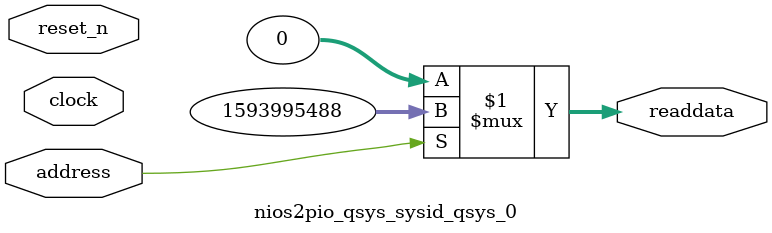
<source format=v>



// synthesis translate_off
`timescale 1ns / 1ps
// synthesis translate_on

// turn off superfluous verilog processor warnings 
// altera message_level Level1 
// altera message_off 10034 10035 10036 10037 10230 10240 10030 

module nios2pio_qsys_sysid_qsys_0 (
               // inputs:
                address,
                clock,
                reset_n,

               // outputs:
                readdata
             )
;

  output  [ 31: 0] readdata;
  input            address;
  input            clock;
  input            reset_n;

  wire    [ 31: 0] readdata;
  //control_slave, which is an e_avalon_slave
  assign readdata = address ? 1593995488 : 0;

endmodule



</source>
